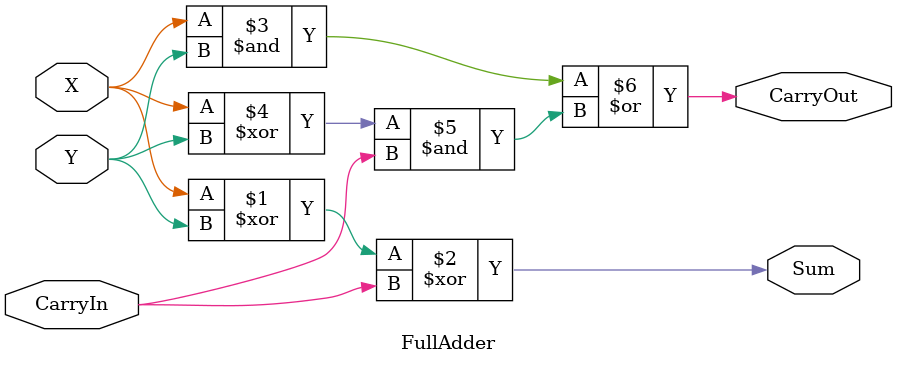
<source format=v>
module FullAdder ( X, Y, CarryIn, Sum, CarryOut );
	input wire X , Y;
	input wire CarryIn;
	output Sum;
	output CarryOut;
	assign Sum = X ^ Y ^ CarryIn;
	assign CarryOut = (X & Y) | ((X ^ Y) & CarryIn);
endmodule
</source>
